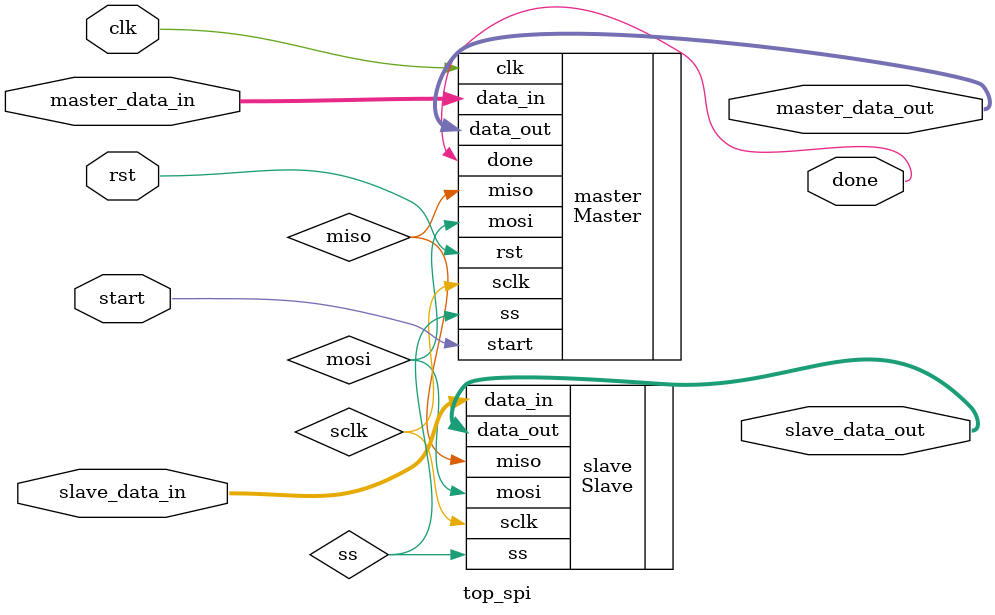
<source format=v>
module top_spi (
    input wire clk,
    input wire rst,
    input wire start,
    input wire [15:0] master_data_in,
    input wire [15:0] slave_data_in,
    output wire [15:0] master_data_out,
    output wire [15:0] slave_data_out,
    output wire done
);

    wire sclk;
    wire mosi;
    wire miso;
    wire ss;

    Master master (
        .clk(clk),
        .rst(rst),
        .start(start),
        .data_in(master_data_in),
        .sclk(sclk),
        .mosi(mosi),
        .miso(miso),
        .ss(ss),
        .data_out(master_data_out),
        .done(done)
    );

    Slave slave (
        .sclk(sclk),
        .ss(ss),
        .mosi(mosi),
        .miso(miso),
        .data_in(slave_data_in),
        .data_out(slave_data_out)
    );

endmodule
</source>
